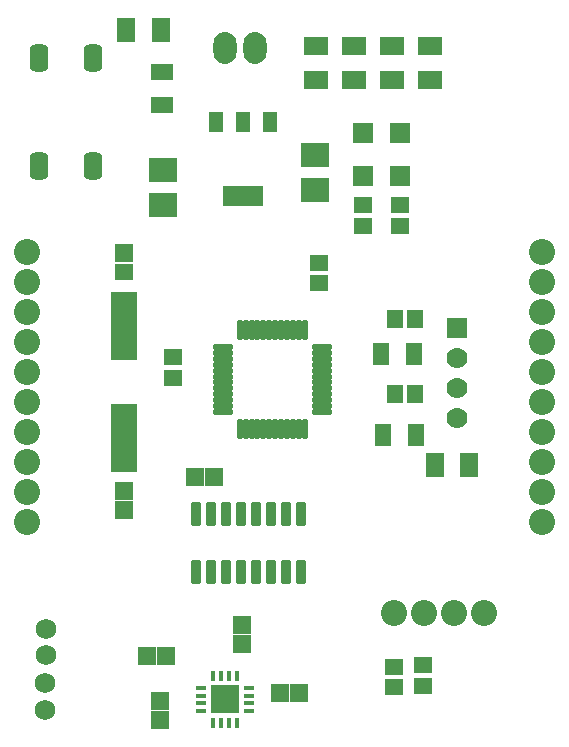
<source format=gts>
G04*
G04 #@! TF.GenerationSoftware,Altium Limited,Altium Designer,19.0.15 (446)*
G04*
G04 Layer_Color=8388736*
%FSLAX25Y25*%
%MOIN*%
G70*
G01*
G75*
%ADD35R,0.09600X0.09600*%
%ADD36R,0.03800X0.01200*%
%ADD37R,0.01200X0.03800*%
%ADD39R,0.06312X0.05718*%
%ADD40R,0.06312X0.05918*%
%ADD41R,0.09068X0.22847*%
G04:AMPARAMS|DCode=42|XSize=82.8mil|YSize=31.62mil|CornerRadius=6.95mil|HoleSize=0mil|Usage=FLASHONLY|Rotation=90.000|XOffset=0mil|YOffset=0mil|HoleType=Round|Shape=RoundedRectangle|*
%AMROUNDEDRECTD42*
21,1,0.08280,0.01772,0,0,90.0*
21,1,0.06890,0.03162,0,0,90.0*
1,1,0.01391,0.00886,0.03445*
1,1,0.01391,0.00886,-0.03445*
1,1,0.01391,-0.00886,-0.03445*
1,1,0.01391,-0.00886,0.03445*
%
%ADD42ROUNDEDRECTD42*%
%ADD43R,0.05918X0.06312*%
%ADD44R,0.06115X0.05328*%
%ADD45R,0.05328X0.06115*%
%ADD46R,0.05524X0.07296*%
%ADD47R,0.05918X0.07887*%
G04:AMPARAMS|DCode=48|XSize=17mil|YSize=69.42mil|CornerRadius=6.25mil|HoleSize=0mil|Usage=FLASHONLY|Rotation=90.000|XOffset=0mil|YOffset=0mil|HoleType=Round|Shape=RoundedRectangle|*
%AMROUNDEDRECTD48*
21,1,0.01700,0.05692,0,0,90.0*
21,1,0.00450,0.06942,0,0,90.0*
1,1,0.01250,0.02846,0.00225*
1,1,0.01250,0.02846,-0.00225*
1,1,0.01250,-0.02846,-0.00225*
1,1,0.01250,-0.02846,0.00225*
%
%ADD48ROUNDEDRECTD48*%
G04:AMPARAMS|DCode=49|XSize=17mil|YSize=69.42mil|CornerRadius=6.25mil|HoleSize=0mil|Usage=FLASHONLY|Rotation=0.000|XOffset=0mil|YOffset=0mil|HoleType=Round|Shape=RoundedRectangle|*
%AMROUNDEDRECTD49*
21,1,0.01700,0.05692,0,0,0.0*
21,1,0.00450,0.06942,0,0,0.0*
1,1,0.01250,0.00225,-0.02846*
1,1,0.01250,-0.00225,-0.02846*
1,1,0.01250,-0.00225,0.02846*
1,1,0.01250,0.00225,0.02846*
%
%ADD49ROUNDEDRECTD49*%
%ADD50R,0.07099X0.06706*%
%ADD51R,0.07296X0.05524*%
G04:AMPARAMS|DCode=52|XSize=63.12mil|YSize=90.68mil|CornerRadius=17.78mil|HoleSize=0mil|Usage=FLASHONLY|Rotation=180.000|XOffset=0mil|YOffset=0mil|HoleType=Round|Shape=RoundedRectangle|*
%AMROUNDEDRECTD52*
21,1,0.06312,0.05512,0,0,180.0*
21,1,0.02756,0.09068,0,0,180.0*
1,1,0.03556,-0.01378,0.02756*
1,1,0.03556,0.01378,0.02756*
1,1,0.03556,0.01378,-0.02756*
1,1,0.03556,-0.01378,-0.02756*
%
%ADD52ROUNDEDRECTD52*%
%ADD53R,0.09580X0.07887*%
%ADD54R,0.13700X0.06700*%
%ADD55R,0.04700X0.06700*%
%ADD56R,0.07887X0.05918*%
%ADD57C,0.07000*%
%ADD58R,0.07000X0.07000*%
%ADD59O,0.07690X0.10642*%
%ADD60C,0.08674*%
%ADD61C,0.06800*%
D35*
X190650Y249346D02*
D03*
D36*
X182800Y245508D02*
D03*
Y248067D02*
D03*
Y250626D02*
D03*
Y253185D02*
D03*
X198500D02*
D03*
Y250626D02*
D03*
Y248067D02*
D03*
Y245508D02*
D03*
D37*
X186811Y257196D02*
D03*
X189371D02*
D03*
X191929D02*
D03*
X194489D02*
D03*
Y241496D02*
D03*
X191929D02*
D03*
X189371D02*
D03*
X186811D02*
D03*
D39*
X157000Y391740D02*
D03*
D40*
Y398039D02*
D03*
X169000Y248650D02*
D03*
Y242350D02*
D03*
X196240Y274150D02*
D03*
Y267850D02*
D03*
X157000Y312500D02*
D03*
Y318799D02*
D03*
D41*
Y373748D02*
D03*
Y336347D02*
D03*
D42*
X181000Y311000D02*
D03*
X186000D02*
D03*
X191000D02*
D03*
X196000D02*
D03*
X201000D02*
D03*
X206000D02*
D03*
X211000D02*
D03*
X216000D02*
D03*
Y291669D02*
D03*
X211000D02*
D03*
X206000D02*
D03*
X201000D02*
D03*
X196000D02*
D03*
X191000D02*
D03*
X186000D02*
D03*
X181000D02*
D03*
D43*
X164701Y263740D02*
D03*
X171000D02*
D03*
X215299Y251500D02*
D03*
X209000D02*
D03*
X186846Y323363D02*
D03*
X180547D02*
D03*
D44*
X222047Y394890D02*
D03*
Y388000D02*
D03*
X249000Y414000D02*
D03*
Y407110D02*
D03*
X236500Y414000D02*
D03*
Y407110D02*
D03*
X256790Y253755D02*
D03*
Y260645D02*
D03*
X246833Y253310D02*
D03*
Y260200D02*
D03*
X173200Y356455D02*
D03*
Y363345D02*
D03*
D45*
X247210Y351076D02*
D03*
X254100D02*
D03*
X247210Y376000D02*
D03*
X254100D02*
D03*
D46*
X243388Y337400D02*
D03*
X254412D02*
D03*
X242683Y364424D02*
D03*
X253706D02*
D03*
D47*
X260683Y327500D02*
D03*
X272100D02*
D03*
X169209Y472500D02*
D03*
X157791D02*
D03*
D48*
X189933Y366783D02*
D03*
Y364815D02*
D03*
Y362846D02*
D03*
Y360878D02*
D03*
Y358910D02*
D03*
Y356941D02*
D03*
Y354972D02*
D03*
Y353004D02*
D03*
Y351035D02*
D03*
Y349067D02*
D03*
Y347098D02*
D03*
Y345130D02*
D03*
X222847D02*
D03*
Y347098D02*
D03*
Y349067D02*
D03*
Y351035D02*
D03*
Y353004D02*
D03*
Y354972D02*
D03*
Y356941D02*
D03*
Y358910D02*
D03*
Y360878D02*
D03*
Y362846D02*
D03*
Y364815D02*
D03*
Y366783D02*
D03*
D49*
X195563Y339500D02*
D03*
X197531D02*
D03*
X199500D02*
D03*
X201468D02*
D03*
X203437D02*
D03*
X205405D02*
D03*
X207374D02*
D03*
X209343D02*
D03*
X211311D02*
D03*
X213280D02*
D03*
X215248D02*
D03*
X217216D02*
D03*
Y372413D02*
D03*
X215248D02*
D03*
X213280D02*
D03*
X211311D02*
D03*
X209343D02*
D03*
X207374D02*
D03*
X205405D02*
D03*
X203437D02*
D03*
X201468D02*
D03*
X199500D02*
D03*
X197531D02*
D03*
X195563D02*
D03*
D50*
X236500Y423913D02*
D03*
Y438087D02*
D03*
X249000Y423827D02*
D03*
Y438000D02*
D03*
D51*
X169500Y458512D02*
D03*
Y447488D02*
D03*
D52*
X128784Y463000D02*
D03*
X146500D02*
D03*
Y427173D02*
D03*
X128784D02*
D03*
D53*
X170000Y425748D02*
D03*
Y414252D02*
D03*
X220500Y430748D02*
D03*
Y419252D02*
D03*
D54*
X196673Y417100D02*
D03*
D55*
Y441900D02*
D03*
X205723D02*
D03*
X187623D02*
D03*
D56*
X259000Y467209D02*
D03*
Y455791D02*
D03*
X246333Y467209D02*
D03*
Y455791D02*
D03*
X233667Y467209D02*
D03*
Y455791D02*
D03*
X221000Y467209D02*
D03*
Y455791D02*
D03*
D57*
X268100Y363000D02*
D03*
Y353000D02*
D03*
Y343000D02*
D03*
D58*
Y373000D02*
D03*
D59*
X190500Y466500D02*
D03*
X200500D02*
D03*
D60*
X276833Y278200D02*
D03*
X266833D02*
D03*
X246833D02*
D03*
X256833D02*
D03*
X296400Y318500D02*
D03*
Y308500D02*
D03*
Y328500D02*
D03*
Y338500D02*
D03*
Y348500D02*
D03*
Y358500D02*
D03*
Y368500D02*
D03*
Y378500D02*
D03*
Y388500D02*
D03*
Y398500D02*
D03*
X124500Y318500D02*
D03*
Y308500D02*
D03*
Y328500D02*
D03*
Y338500D02*
D03*
Y348500D02*
D03*
Y358500D02*
D03*
Y368500D02*
D03*
Y378500D02*
D03*
Y388500D02*
D03*
Y398500D02*
D03*
D61*
X130900Y272900D02*
D03*
X130800Y254700D02*
D03*
X130600Y245900D02*
D03*
X130900Y263967D02*
D03*
M02*

</source>
